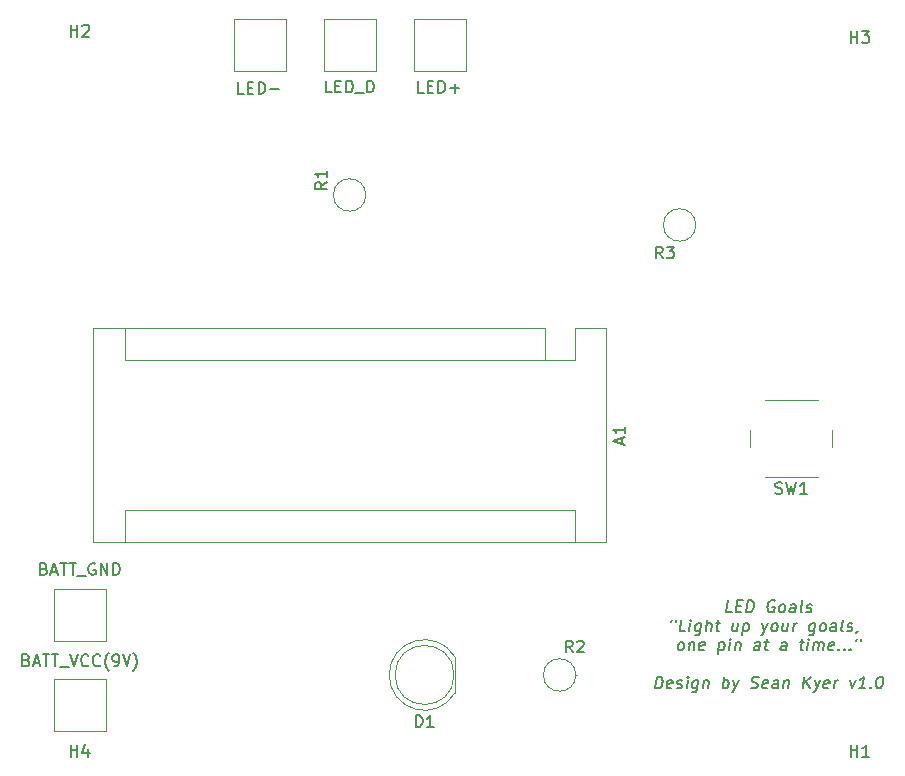
<source format=gbr>
%TF.GenerationSoftware,KiCad,Pcbnew,(6.0.4)*%
%TF.CreationDate,2025-03-27T00:11:59-07:00*%
%TF.ProjectId,led-goals,6c65642d-676f-4616-9c73-2e6b69636164,rev?*%
%TF.SameCoordinates,Original*%
%TF.FileFunction,Legend,Top*%
%TF.FilePolarity,Positive*%
%FSLAX46Y46*%
G04 Gerber Fmt 4.6, Leading zero omitted, Abs format (unit mm)*
G04 Created by KiCad (PCBNEW (6.0.4)) date 2025-03-27 00:11:59*
%MOMM*%
%LPD*%
G01*
G04 APERTURE LIST*
%ADD10C,0.150000*%
%ADD11C,0.120000*%
G04 APERTURE END LIST*
D10*
X113650089Y-96292380D02*
X113173898Y-96292380D01*
X113298898Y-95292380D01*
X114048898Y-95768571D02*
X114382232Y-95768571D01*
X114459613Y-96292380D02*
X113983422Y-96292380D01*
X114108422Y-95292380D01*
X114584613Y-95292380D01*
X114888184Y-96292380D02*
X115013184Y-95292380D01*
X115251279Y-95292380D01*
X115388184Y-95340000D01*
X115471517Y-95435238D01*
X115507232Y-95530476D01*
X115531041Y-95720952D01*
X115513184Y-95863809D01*
X115441755Y-96054285D01*
X115382232Y-96149523D01*
X115275089Y-96244761D01*
X115126279Y-96292380D01*
X114888184Y-96292380D01*
X117292946Y-95340000D02*
X117203660Y-95292380D01*
X117060803Y-95292380D01*
X116911994Y-95340000D01*
X116804851Y-95435238D01*
X116745327Y-95530476D01*
X116673898Y-95720952D01*
X116656041Y-95863809D01*
X116679851Y-96054285D01*
X116715565Y-96149523D01*
X116798898Y-96244761D01*
X116935803Y-96292380D01*
X117031041Y-96292380D01*
X117179851Y-96244761D01*
X117233422Y-96197142D01*
X117275089Y-95863809D01*
X117084613Y-95863809D01*
X117792946Y-96292380D02*
X117703660Y-96244761D01*
X117661994Y-96197142D01*
X117626279Y-96101904D01*
X117661994Y-95816190D01*
X117721517Y-95720952D01*
X117775089Y-95673333D01*
X117876279Y-95625714D01*
X118019136Y-95625714D01*
X118108422Y-95673333D01*
X118150089Y-95720952D01*
X118185803Y-95816190D01*
X118150089Y-96101904D01*
X118090565Y-96197142D01*
X118036994Y-96244761D01*
X117935803Y-96292380D01*
X117792946Y-96292380D01*
X118983422Y-96292380D02*
X119048898Y-95768571D01*
X119013184Y-95673333D01*
X118923898Y-95625714D01*
X118733422Y-95625714D01*
X118632232Y-95673333D01*
X118989375Y-96244761D02*
X118888184Y-96292380D01*
X118650089Y-96292380D01*
X118560803Y-96244761D01*
X118525089Y-96149523D01*
X118536994Y-96054285D01*
X118596517Y-95959047D01*
X118697708Y-95911428D01*
X118935803Y-95911428D01*
X119036994Y-95863809D01*
X119602470Y-96292380D02*
X119513184Y-96244761D01*
X119477470Y-96149523D01*
X119584613Y-95292380D01*
X119941755Y-96244761D02*
X120031041Y-96292380D01*
X120221517Y-96292380D01*
X120322708Y-96244761D01*
X120382232Y-96149523D01*
X120388184Y-96101904D01*
X120352470Y-96006666D01*
X120263184Y-95959047D01*
X120120327Y-95959047D01*
X120031041Y-95911428D01*
X119995327Y-95816190D01*
X120001279Y-95768571D01*
X120060803Y-95673333D01*
X120161994Y-95625714D01*
X120304851Y-95625714D01*
X120394136Y-95673333D01*
X108560803Y-96902380D02*
X108536994Y-97092857D01*
X108941755Y-96902380D02*
X108917946Y-97092857D01*
X109721517Y-97902380D02*
X109245327Y-97902380D01*
X109370327Y-96902380D01*
X110054851Y-97902380D02*
X110138184Y-97235714D01*
X110179851Y-96902380D02*
X110126279Y-96950000D01*
X110167946Y-96997619D01*
X110221517Y-96950000D01*
X110179851Y-96902380D01*
X110167946Y-96997619D01*
X111042946Y-97235714D02*
X110941755Y-98045238D01*
X110882232Y-98140476D01*
X110828660Y-98188095D01*
X110727470Y-98235714D01*
X110584613Y-98235714D01*
X110495327Y-98188095D01*
X110965565Y-97854761D02*
X110864375Y-97902380D01*
X110673898Y-97902380D01*
X110584613Y-97854761D01*
X110542946Y-97807142D01*
X110507232Y-97711904D01*
X110542946Y-97426190D01*
X110602470Y-97330952D01*
X110656041Y-97283333D01*
X110757232Y-97235714D01*
X110947708Y-97235714D01*
X111036994Y-97283333D01*
X111435803Y-97902380D02*
X111560803Y-96902380D01*
X111864375Y-97902380D02*
X111929851Y-97378571D01*
X111894136Y-97283333D01*
X111804851Y-97235714D01*
X111661994Y-97235714D01*
X111560803Y-97283333D01*
X111507232Y-97330952D01*
X112281041Y-97235714D02*
X112661994Y-97235714D01*
X112465565Y-96902380D02*
X112358422Y-97759523D01*
X112394136Y-97854761D01*
X112483422Y-97902380D01*
X112578660Y-97902380D01*
X114185803Y-97235714D02*
X114102470Y-97902380D01*
X113757232Y-97235714D02*
X113691755Y-97759523D01*
X113727470Y-97854761D01*
X113816755Y-97902380D01*
X113959613Y-97902380D01*
X114060803Y-97854761D01*
X114114375Y-97807142D01*
X114661994Y-97235714D02*
X114536994Y-98235714D01*
X114656041Y-97283333D02*
X114757232Y-97235714D01*
X114947708Y-97235714D01*
X115036994Y-97283333D01*
X115078660Y-97330952D01*
X115114375Y-97426190D01*
X115078660Y-97711904D01*
X115019136Y-97807142D01*
X114965565Y-97854761D01*
X114864375Y-97902380D01*
X114673898Y-97902380D01*
X114584613Y-97854761D01*
X116233422Y-97235714D02*
X116388184Y-97902380D01*
X116709613Y-97235714D02*
X116388184Y-97902380D01*
X116263184Y-98140476D01*
X116209613Y-98188095D01*
X116108422Y-98235714D01*
X117150089Y-97902380D02*
X117060803Y-97854761D01*
X117019136Y-97807142D01*
X116983422Y-97711904D01*
X117019136Y-97426190D01*
X117078660Y-97330952D01*
X117132232Y-97283333D01*
X117233422Y-97235714D01*
X117376279Y-97235714D01*
X117465565Y-97283333D01*
X117507232Y-97330952D01*
X117542946Y-97426190D01*
X117507232Y-97711904D01*
X117447708Y-97807142D01*
X117394136Y-97854761D01*
X117292946Y-97902380D01*
X117150089Y-97902380D01*
X118423898Y-97235714D02*
X118340565Y-97902380D01*
X117995327Y-97235714D02*
X117929851Y-97759523D01*
X117965565Y-97854761D01*
X118054851Y-97902380D01*
X118197708Y-97902380D01*
X118298898Y-97854761D01*
X118352470Y-97807142D01*
X118816755Y-97902380D02*
X118900089Y-97235714D01*
X118876279Y-97426190D02*
X118935803Y-97330952D01*
X118989375Y-97283333D01*
X119090565Y-97235714D01*
X119185803Y-97235714D01*
X120709613Y-97235714D02*
X120608422Y-98045238D01*
X120548898Y-98140476D01*
X120495327Y-98188095D01*
X120394136Y-98235714D01*
X120251279Y-98235714D01*
X120161994Y-98188095D01*
X120632232Y-97854761D02*
X120531041Y-97902380D01*
X120340565Y-97902380D01*
X120251279Y-97854761D01*
X120209613Y-97807142D01*
X120173898Y-97711904D01*
X120209613Y-97426190D01*
X120269136Y-97330952D01*
X120322708Y-97283333D01*
X120423898Y-97235714D01*
X120614375Y-97235714D01*
X120703660Y-97283333D01*
X121245327Y-97902380D02*
X121156041Y-97854761D01*
X121114375Y-97807142D01*
X121078660Y-97711904D01*
X121114375Y-97426190D01*
X121173898Y-97330952D01*
X121227470Y-97283333D01*
X121328660Y-97235714D01*
X121471517Y-97235714D01*
X121560803Y-97283333D01*
X121602470Y-97330952D01*
X121638184Y-97426190D01*
X121602470Y-97711904D01*
X121542946Y-97807142D01*
X121489375Y-97854761D01*
X121388184Y-97902380D01*
X121245327Y-97902380D01*
X122435803Y-97902380D02*
X122501279Y-97378571D01*
X122465565Y-97283333D01*
X122376279Y-97235714D01*
X122185803Y-97235714D01*
X122084613Y-97283333D01*
X122441755Y-97854761D02*
X122340565Y-97902380D01*
X122102470Y-97902380D01*
X122013184Y-97854761D01*
X121977470Y-97759523D01*
X121989375Y-97664285D01*
X122048898Y-97569047D01*
X122150089Y-97521428D01*
X122388184Y-97521428D01*
X122489375Y-97473809D01*
X123054851Y-97902380D02*
X122965565Y-97854761D01*
X122929851Y-97759523D01*
X123036994Y-96902380D01*
X123394136Y-97854761D02*
X123483422Y-97902380D01*
X123673898Y-97902380D01*
X123775089Y-97854761D01*
X123834613Y-97759523D01*
X123840565Y-97711904D01*
X123804851Y-97616666D01*
X123715565Y-97569047D01*
X123572708Y-97569047D01*
X123483422Y-97521428D01*
X123447708Y-97426190D01*
X123453660Y-97378571D01*
X123513184Y-97283333D01*
X123614375Y-97235714D01*
X123757232Y-97235714D01*
X123846517Y-97283333D01*
X124298898Y-97854761D02*
X124292946Y-97902380D01*
X124233422Y-97997619D01*
X124179851Y-98045238D01*
X109221517Y-99512380D02*
X109132232Y-99464761D01*
X109090565Y-99417142D01*
X109054851Y-99321904D01*
X109090565Y-99036190D01*
X109150089Y-98940952D01*
X109203660Y-98893333D01*
X109304851Y-98845714D01*
X109447708Y-98845714D01*
X109536994Y-98893333D01*
X109578660Y-98940952D01*
X109614375Y-99036190D01*
X109578660Y-99321904D01*
X109519136Y-99417142D01*
X109465565Y-99464761D01*
X109364375Y-99512380D01*
X109221517Y-99512380D01*
X110066755Y-98845714D02*
X109983422Y-99512380D01*
X110054851Y-98940952D02*
X110108422Y-98893333D01*
X110209613Y-98845714D01*
X110352470Y-98845714D01*
X110441755Y-98893333D01*
X110477470Y-98988571D01*
X110411994Y-99512380D01*
X111275089Y-99464761D02*
X111173898Y-99512380D01*
X110983422Y-99512380D01*
X110894136Y-99464761D01*
X110858422Y-99369523D01*
X110906041Y-98988571D01*
X110965565Y-98893333D01*
X111066755Y-98845714D01*
X111257232Y-98845714D01*
X111346517Y-98893333D01*
X111382232Y-98988571D01*
X111370327Y-99083809D01*
X110882232Y-99179047D01*
X112590565Y-98845714D02*
X112465565Y-99845714D01*
X112584613Y-98893333D02*
X112685803Y-98845714D01*
X112876279Y-98845714D01*
X112965565Y-98893333D01*
X113007232Y-98940952D01*
X113042946Y-99036190D01*
X113007232Y-99321904D01*
X112947708Y-99417142D01*
X112894136Y-99464761D01*
X112792946Y-99512380D01*
X112602470Y-99512380D01*
X112513184Y-99464761D01*
X113411994Y-99512380D02*
X113495327Y-98845714D01*
X113536994Y-98512380D02*
X113483422Y-98560000D01*
X113525089Y-98607619D01*
X113578660Y-98560000D01*
X113536994Y-98512380D01*
X113525089Y-98607619D01*
X113971517Y-98845714D02*
X113888184Y-99512380D01*
X113959613Y-98940952D02*
X114013184Y-98893333D01*
X114114375Y-98845714D01*
X114257232Y-98845714D01*
X114346517Y-98893333D01*
X114382232Y-98988571D01*
X114316755Y-99512380D01*
X115983422Y-99512380D02*
X116048898Y-98988571D01*
X116013184Y-98893333D01*
X115923898Y-98845714D01*
X115733422Y-98845714D01*
X115632232Y-98893333D01*
X115989375Y-99464761D02*
X115888184Y-99512380D01*
X115650089Y-99512380D01*
X115560803Y-99464761D01*
X115525089Y-99369523D01*
X115536994Y-99274285D01*
X115596517Y-99179047D01*
X115697708Y-99131428D01*
X115935803Y-99131428D01*
X116036994Y-99083809D01*
X116400089Y-98845714D02*
X116781041Y-98845714D01*
X116584613Y-98512380D02*
X116477470Y-99369523D01*
X116513184Y-99464761D01*
X116602470Y-99512380D01*
X116697708Y-99512380D01*
X118221517Y-99512380D02*
X118286994Y-98988571D01*
X118251279Y-98893333D01*
X118161994Y-98845714D01*
X117971517Y-98845714D01*
X117870327Y-98893333D01*
X118227470Y-99464761D02*
X118126279Y-99512380D01*
X117888184Y-99512380D01*
X117798898Y-99464761D01*
X117763184Y-99369523D01*
X117775089Y-99274285D01*
X117834613Y-99179047D01*
X117935803Y-99131428D01*
X118173898Y-99131428D01*
X118275089Y-99083809D01*
X119400089Y-98845714D02*
X119781041Y-98845714D01*
X119584613Y-98512380D02*
X119477470Y-99369523D01*
X119513184Y-99464761D01*
X119602470Y-99512380D01*
X119697708Y-99512380D01*
X120031041Y-99512380D02*
X120114375Y-98845714D01*
X120156041Y-98512380D02*
X120102470Y-98560000D01*
X120144136Y-98607619D01*
X120197708Y-98560000D01*
X120156041Y-98512380D01*
X120144136Y-98607619D01*
X120507232Y-99512380D02*
X120590565Y-98845714D01*
X120578660Y-98940952D02*
X120632232Y-98893333D01*
X120733422Y-98845714D01*
X120876279Y-98845714D01*
X120965565Y-98893333D01*
X121001279Y-98988571D01*
X120935803Y-99512380D01*
X121001279Y-98988571D02*
X121060803Y-98893333D01*
X121161994Y-98845714D01*
X121304851Y-98845714D01*
X121394136Y-98893333D01*
X121429851Y-98988571D01*
X121364374Y-99512380D01*
X122227470Y-99464761D02*
X122126279Y-99512380D01*
X121935803Y-99512380D01*
X121846517Y-99464761D01*
X121810803Y-99369523D01*
X121858422Y-98988571D01*
X121917946Y-98893333D01*
X122019136Y-98845714D01*
X122209613Y-98845714D01*
X122298898Y-98893333D01*
X122334613Y-98988571D01*
X122322708Y-99083809D01*
X121834613Y-99179047D01*
X122709613Y-99417142D02*
X122751279Y-99464761D01*
X122697708Y-99512380D01*
X122656041Y-99464761D01*
X122709613Y-99417142D01*
X122697708Y-99512380D01*
X123185803Y-99417142D02*
X123227470Y-99464761D01*
X123173898Y-99512380D01*
X123132232Y-99464761D01*
X123185803Y-99417142D01*
X123173898Y-99512380D01*
X123661994Y-99417142D02*
X123703660Y-99464761D01*
X123650089Y-99512380D01*
X123608422Y-99464761D01*
X123661994Y-99417142D01*
X123650089Y-99512380D01*
X124203660Y-98512380D02*
X124179851Y-98702857D01*
X124584613Y-98512380D02*
X124560803Y-98702857D01*
X107150089Y-102732380D02*
X107275089Y-101732380D01*
X107513184Y-101732380D01*
X107650089Y-101780000D01*
X107733422Y-101875238D01*
X107769136Y-101970476D01*
X107792946Y-102160952D01*
X107775089Y-102303809D01*
X107703660Y-102494285D01*
X107644136Y-102589523D01*
X107536994Y-102684761D01*
X107388184Y-102732380D01*
X107150089Y-102732380D01*
X108536994Y-102684761D02*
X108435803Y-102732380D01*
X108245327Y-102732380D01*
X108156041Y-102684761D01*
X108120327Y-102589523D01*
X108167946Y-102208571D01*
X108227470Y-102113333D01*
X108328660Y-102065714D01*
X108519136Y-102065714D01*
X108608422Y-102113333D01*
X108644136Y-102208571D01*
X108632232Y-102303809D01*
X108144136Y-102399047D01*
X108965565Y-102684761D02*
X109054851Y-102732380D01*
X109245327Y-102732380D01*
X109346517Y-102684761D01*
X109406041Y-102589523D01*
X109411994Y-102541904D01*
X109376279Y-102446666D01*
X109286994Y-102399047D01*
X109144136Y-102399047D01*
X109054851Y-102351428D01*
X109019136Y-102256190D01*
X109025089Y-102208571D01*
X109084613Y-102113333D01*
X109185803Y-102065714D01*
X109328660Y-102065714D01*
X109417946Y-102113333D01*
X109816755Y-102732380D02*
X109900089Y-102065714D01*
X109941755Y-101732380D02*
X109888184Y-101780000D01*
X109929851Y-101827619D01*
X109983422Y-101780000D01*
X109941755Y-101732380D01*
X109929851Y-101827619D01*
X110804851Y-102065714D02*
X110703660Y-102875238D01*
X110644136Y-102970476D01*
X110590565Y-103018095D01*
X110489375Y-103065714D01*
X110346517Y-103065714D01*
X110257232Y-103018095D01*
X110727470Y-102684761D02*
X110626279Y-102732380D01*
X110435803Y-102732380D01*
X110346517Y-102684761D01*
X110304851Y-102637142D01*
X110269136Y-102541904D01*
X110304851Y-102256190D01*
X110364375Y-102160952D01*
X110417946Y-102113333D01*
X110519136Y-102065714D01*
X110709613Y-102065714D01*
X110798898Y-102113333D01*
X111281041Y-102065714D02*
X111197708Y-102732380D01*
X111269136Y-102160952D02*
X111322708Y-102113333D01*
X111423898Y-102065714D01*
X111566755Y-102065714D01*
X111656041Y-102113333D01*
X111691755Y-102208571D01*
X111626279Y-102732380D01*
X112864375Y-102732380D02*
X112989375Y-101732380D01*
X112941755Y-102113333D02*
X113042946Y-102065714D01*
X113233422Y-102065714D01*
X113322708Y-102113333D01*
X113364375Y-102160952D01*
X113400089Y-102256190D01*
X113364375Y-102541904D01*
X113304851Y-102637142D01*
X113251279Y-102684761D01*
X113150089Y-102732380D01*
X112959613Y-102732380D01*
X112870327Y-102684761D01*
X113757232Y-102065714D02*
X113911994Y-102732380D01*
X114233422Y-102065714D02*
X113911994Y-102732380D01*
X113786994Y-102970476D01*
X113733422Y-103018095D01*
X113632232Y-103065714D01*
X115251279Y-102684761D02*
X115388184Y-102732380D01*
X115626279Y-102732380D01*
X115727470Y-102684761D01*
X115781041Y-102637142D01*
X115840565Y-102541904D01*
X115852470Y-102446666D01*
X115816755Y-102351428D01*
X115775089Y-102303809D01*
X115685803Y-102256190D01*
X115501279Y-102208571D01*
X115411994Y-102160952D01*
X115370327Y-102113333D01*
X115334613Y-102018095D01*
X115346517Y-101922857D01*
X115406041Y-101827619D01*
X115459613Y-101780000D01*
X115560803Y-101732380D01*
X115798898Y-101732380D01*
X115935803Y-101780000D01*
X116632232Y-102684761D02*
X116531041Y-102732380D01*
X116340565Y-102732380D01*
X116251279Y-102684761D01*
X116215565Y-102589523D01*
X116263184Y-102208571D01*
X116322708Y-102113333D01*
X116423898Y-102065714D01*
X116614375Y-102065714D01*
X116703660Y-102113333D01*
X116739375Y-102208571D01*
X116727470Y-102303809D01*
X116239375Y-102399047D01*
X117531041Y-102732380D02*
X117596517Y-102208571D01*
X117560803Y-102113333D01*
X117471517Y-102065714D01*
X117281041Y-102065714D01*
X117179851Y-102113333D01*
X117536994Y-102684761D02*
X117435803Y-102732380D01*
X117197708Y-102732380D01*
X117108422Y-102684761D01*
X117072708Y-102589523D01*
X117084613Y-102494285D01*
X117144136Y-102399047D01*
X117245327Y-102351428D01*
X117483422Y-102351428D01*
X117584613Y-102303809D01*
X118090565Y-102065714D02*
X118007232Y-102732380D01*
X118078660Y-102160952D02*
X118132232Y-102113333D01*
X118233422Y-102065714D01*
X118376279Y-102065714D01*
X118465565Y-102113333D01*
X118501279Y-102208571D01*
X118435803Y-102732380D01*
X119673898Y-102732380D02*
X119798898Y-101732380D01*
X120245327Y-102732380D02*
X119888184Y-102160952D01*
X120370327Y-101732380D02*
X119727470Y-102303809D01*
X120661994Y-102065714D02*
X120816755Y-102732380D01*
X121138184Y-102065714D02*
X120816755Y-102732380D01*
X120691755Y-102970476D01*
X120638184Y-103018095D01*
X120536994Y-103065714D01*
X121822708Y-102684761D02*
X121721517Y-102732380D01*
X121531041Y-102732380D01*
X121441755Y-102684761D01*
X121406041Y-102589523D01*
X121453660Y-102208571D01*
X121513184Y-102113333D01*
X121614375Y-102065714D01*
X121804851Y-102065714D01*
X121894136Y-102113333D01*
X121929851Y-102208571D01*
X121917946Y-102303809D01*
X121429851Y-102399047D01*
X122292946Y-102732380D02*
X122376279Y-102065714D01*
X122352470Y-102256190D02*
X122411994Y-102160952D01*
X122465565Y-102113333D01*
X122566755Y-102065714D01*
X122661994Y-102065714D01*
X123661994Y-102065714D02*
X123816755Y-102732380D01*
X124138184Y-102065714D01*
X124959613Y-102732380D02*
X124388184Y-102732380D01*
X124673898Y-102732380D02*
X124798898Y-101732380D01*
X124685803Y-101875238D01*
X124578660Y-101970476D01*
X124477470Y-102018095D01*
X125400089Y-102637142D02*
X125441755Y-102684761D01*
X125388184Y-102732380D01*
X125346517Y-102684761D01*
X125400089Y-102637142D01*
X125388184Y-102732380D01*
X126179851Y-101732380D02*
X126275089Y-101732380D01*
X126364375Y-101780000D01*
X126406041Y-101827619D01*
X126441755Y-101922857D01*
X126465565Y-102113333D01*
X126435803Y-102351428D01*
X126364375Y-102541904D01*
X126304851Y-102637142D01*
X126251279Y-102684761D01*
X126150089Y-102732380D01*
X126054851Y-102732380D01*
X125965565Y-102684761D01*
X125923898Y-102637142D01*
X125888184Y-102541904D01*
X125864375Y-102351428D01*
X125894136Y-102113333D01*
X125965565Y-101922857D01*
X126025089Y-101827619D01*
X126078660Y-101780000D01*
X126179851Y-101732380D01*
X53920000Y-100335808D02*
X54062857Y-100383427D01*
X54110476Y-100431046D01*
X54158095Y-100526284D01*
X54158095Y-100669141D01*
X54110476Y-100764379D01*
X54062857Y-100811998D01*
X53967619Y-100859617D01*
X53586666Y-100859617D01*
X53586666Y-99859617D01*
X53920000Y-99859617D01*
X54015238Y-99907237D01*
X54062857Y-99954856D01*
X54110476Y-100050094D01*
X54110476Y-100145332D01*
X54062857Y-100240570D01*
X54015238Y-100288189D01*
X53920000Y-100335808D01*
X53586666Y-100335808D01*
X54539047Y-100573903D02*
X55015238Y-100573903D01*
X54443809Y-100859617D02*
X54777142Y-99859617D01*
X55110476Y-100859617D01*
X55300952Y-99859617D02*
X55872380Y-99859617D01*
X55586666Y-100859617D02*
X55586666Y-99859617D01*
X56062857Y-99859617D02*
X56634285Y-99859617D01*
X56348571Y-100859617D02*
X56348571Y-99859617D01*
X56729523Y-100954856D02*
X57491428Y-100954856D01*
X57586666Y-99859617D02*
X57920000Y-100859617D01*
X58253333Y-99859617D01*
X59158095Y-100764379D02*
X59110476Y-100811998D01*
X58967619Y-100859617D01*
X58872380Y-100859617D01*
X58729523Y-100811998D01*
X58634285Y-100716760D01*
X58586666Y-100621522D01*
X58539047Y-100431046D01*
X58539047Y-100288189D01*
X58586666Y-100097713D01*
X58634285Y-100002475D01*
X58729523Y-99907237D01*
X58872380Y-99859617D01*
X58967619Y-99859617D01*
X59110476Y-99907237D01*
X59158095Y-99954856D01*
X60158095Y-100764379D02*
X60110476Y-100811998D01*
X59967619Y-100859617D01*
X59872380Y-100859617D01*
X59729523Y-100811998D01*
X59634285Y-100716760D01*
X59586666Y-100621522D01*
X59539047Y-100431046D01*
X59539047Y-100288189D01*
X59586666Y-100097713D01*
X59634285Y-100002475D01*
X59729523Y-99907237D01*
X59872380Y-99859617D01*
X59967619Y-99859617D01*
X60110476Y-99907237D01*
X60158095Y-99954856D01*
X60872380Y-101240570D02*
X60824761Y-101192951D01*
X60729523Y-101050094D01*
X60681904Y-100954856D01*
X60634285Y-100811998D01*
X60586666Y-100573903D01*
X60586666Y-100383427D01*
X60634285Y-100145332D01*
X60681904Y-100002475D01*
X60729523Y-99907237D01*
X60824761Y-99764379D01*
X60872380Y-99716760D01*
X61300952Y-100859617D02*
X61491428Y-100859617D01*
X61586666Y-100811998D01*
X61634285Y-100764379D01*
X61729523Y-100621522D01*
X61777142Y-100431046D01*
X61777142Y-100050094D01*
X61729523Y-99954856D01*
X61681904Y-99907237D01*
X61586666Y-99859617D01*
X61396190Y-99859617D01*
X61300952Y-99907237D01*
X61253333Y-99954856D01*
X61205714Y-100050094D01*
X61205714Y-100288189D01*
X61253333Y-100383427D01*
X61300952Y-100431046D01*
X61396190Y-100478665D01*
X61586666Y-100478665D01*
X61681904Y-100431046D01*
X61729523Y-100383427D01*
X61777142Y-100288189D01*
X62062857Y-99859617D02*
X62396190Y-100859617D01*
X62729523Y-99859617D01*
X62967619Y-101240570D02*
X63015238Y-101192951D01*
X63110476Y-101050094D01*
X63158095Y-100954856D01*
X63205714Y-100811998D01*
X63253333Y-100573903D01*
X63253333Y-100383427D01*
X63205714Y-100145332D01*
X63158095Y-100002475D01*
X63110476Y-99907237D01*
X63015238Y-99764379D01*
X62967619Y-99716760D01*
X55396190Y-92603834D02*
X55539047Y-92651453D01*
X55586666Y-92699072D01*
X55634285Y-92794310D01*
X55634285Y-92937167D01*
X55586666Y-93032405D01*
X55539047Y-93080024D01*
X55443809Y-93127643D01*
X55062857Y-93127643D01*
X55062857Y-92127643D01*
X55396190Y-92127643D01*
X55491428Y-92175263D01*
X55539047Y-92222882D01*
X55586666Y-92318120D01*
X55586666Y-92413358D01*
X55539047Y-92508596D01*
X55491428Y-92556215D01*
X55396190Y-92603834D01*
X55062857Y-92603834D01*
X56015238Y-92841929D02*
X56491428Y-92841929D01*
X55920000Y-93127643D02*
X56253333Y-92127643D01*
X56586666Y-93127643D01*
X56777142Y-92127643D02*
X57348571Y-92127643D01*
X57062857Y-93127643D02*
X57062857Y-92127643D01*
X57539047Y-92127643D02*
X58110476Y-92127643D01*
X57824761Y-93127643D02*
X57824761Y-92127643D01*
X58205714Y-93222882D02*
X58967619Y-93222882D01*
X59729523Y-92175263D02*
X59634285Y-92127643D01*
X59491428Y-92127643D01*
X59348571Y-92175263D01*
X59253333Y-92270501D01*
X59205714Y-92365739D01*
X59158095Y-92556215D01*
X59158095Y-92699072D01*
X59205714Y-92889548D01*
X59253333Y-92984786D01*
X59348571Y-93080024D01*
X59491428Y-93127643D01*
X59586666Y-93127643D01*
X59729523Y-93080024D01*
X59777142Y-93032405D01*
X59777142Y-92699072D01*
X59586666Y-92699072D01*
X60205714Y-93127643D02*
X60205714Y-92127643D01*
X60777142Y-93127643D01*
X60777142Y-92127643D01*
X61253333Y-93127643D02*
X61253333Y-92127643D01*
X61491428Y-92127643D01*
X61634285Y-92175263D01*
X61729523Y-92270501D01*
X61777142Y-92365739D01*
X61824761Y-92556215D01*
X61824761Y-92699072D01*
X61777142Y-92889548D01*
X61729523Y-92984786D01*
X61634285Y-93080024D01*
X61491428Y-93127643D01*
X61253333Y-93127643D01*
X87569627Y-52293579D02*
X87093436Y-52293579D01*
X87093436Y-51293579D01*
X87902960Y-51769770D02*
X88236293Y-51769770D01*
X88379151Y-52293579D02*
X87902960Y-52293579D01*
X87902960Y-51293579D01*
X88379151Y-51293579D01*
X88807722Y-52293579D02*
X88807722Y-51293579D01*
X89045817Y-51293579D01*
X89188674Y-51341199D01*
X89283912Y-51436437D01*
X89331532Y-51531675D01*
X89379151Y-51722151D01*
X89379151Y-51865008D01*
X89331532Y-52055484D01*
X89283912Y-52150722D01*
X89188674Y-52245960D01*
X89045817Y-52293579D01*
X88807722Y-52293579D01*
X89807722Y-51912627D02*
X90569627Y-51912627D01*
X90188674Y-52293579D02*
X90188674Y-51531675D01*
X79756189Y-52267689D02*
X79279999Y-52267689D01*
X79279999Y-51267689D01*
X80089522Y-51743880D02*
X80422856Y-51743880D01*
X80565713Y-52267689D02*
X80089522Y-52267689D01*
X80089522Y-51267689D01*
X80565713Y-51267689D01*
X80994284Y-52267689D02*
X80994284Y-51267689D01*
X81232379Y-51267689D01*
X81375237Y-51315309D01*
X81470475Y-51410547D01*
X81518094Y-51505785D01*
X81565713Y-51696261D01*
X81565713Y-51839118D01*
X81518094Y-52029594D01*
X81470475Y-52124832D01*
X81375237Y-52220070D01*
X81232379Y-52267689D01*
X80994284Y-52267689D01*
X81756189Y-52362928D02*
X82518094Y-52362928D01*
X82756189Y-52267689D02*
X82756189Y-51267689D01*
X82994284Y-51267689D01*
X83137141Y-51315309D01*
X83232379Y-51410547D01*
X83279999Y-51505785D01*
X83327618Y-51696261D01*
X83327618Y-51839118D01*
X83279999Y-52029594D01*
X83232379Y-52124832D01*
X83137141Y-52220070D01*
X82994284Y-52267689D01*
X82756189Y-52267689D01*
X72336917Y-52394458D02*
X71860726Y-52394458D01*
X71860726Y-51394458D01*
X72670250Y-51870649D02*
X73003583Y-51870649D01*
X73146441Y-52394458D02*
X72670250Y-52394458D01*
X72670250Y-51394458D01*
X73146441Y-51394458D01*
X73575012Y-52394458D02*
X73575012Y-51394458D01*
X73813107Y-51394458D01*
X73955964Y-51442078D01*
X74051202Y-51537316D01*
X74098822Y-51632554D01*
X74146441Y-51823030D01*
X74146441Y-51965887D01*
X74098822Y-52156363D01*
X74051202Y-52251601D01*
X73955964Y-52346839D01*
X73813107Y-52394458D01*
X73575012Y-52394458D01*
X74575012Y-52013506D02*
X75336917Y-52013506D01*
%TO.C,H4*%
X57658095Y-108512380D02*
X57658095Y-107512380D01*
X57658095Y-107988571D02*
X58229523Y-107988571D01*
X58229523Y-108512380D02*
X58229523Y-107512380D01*
X59134285Y-107845714D02*
X59134285Y-108512380D01*
X58896190Y-107464761D02*
X58658095Y-108179047D01*
X59277142Y-108179047D01*
%TO.C,H3*%
X123698095Y-48067380D02*
X123698095Y-47067380D01*
X123698095Y-47543571D02*
X124269523Y-47543571D01*
X124269523Y-48067380D02*
X124269523Y-47067380D01*
X124650476Y-47067380D02*
X125269523Y-47067380D01*
X124936190Y-47448333D01*
X125079047Y-47448333D01*
X125174285Y-47495952D01*
X125221904Y-47543571D01*
X125269523Y-47638809D01*
X125269523Y-47876904D01*
X125221904Y-47972142D01*
X125174285Y-48019761D01*
X125079047Y-48067380D01*
X124793333Y-48067380D01*
X124698095Y-48019761D01*
X124650476Y-47972142D01*
%TO.C,H2*%
X57658095Y-47552380D02*
X57658095Y-46552380D01*
X57658095Y-47028571D02*
X58229523Y-47028571D01*
X58229523Y-47552380D02*
X58229523Y-46552380D01*
X58658095Y-46647619D02*
X58705714Y-46600000D01*
X58800952Y-46552380D01*
X59039047Y-46552380D01*
X59134285Y-46600000D01*
X59181904Y-46647619D01*
X59229523Y-46742857D01*
X59229523Y-46838095D01*
X59181904Y-46980952D01*
X58610476Y-47552380D01*
X59229523Y-47552380D01*
%TO.C,H1*%
X123698095Y-108512380D02*
X123698095Y-107512380D01*
X123698095Y-107988571D02*
X124269523Y-107988571D01*
X124269523Y-108512380D02*
X124269523Y-107512380D01*
X125269523Y-108512380D02*
X124698095Y-108512380D01*
X124983809Y-108512380D02*
X124983809Y-107512380D01*
X124888571Y-107655238D01*
X124793333Y-107750476D01*
X124698095Y-107798095D01*
%TO.C,SW1*%
X117336666Y-86224761D02*
X117479523Y-86272380D01*
X117717619Y-86272380D01*
X117812857Y-86224761D01*
X117860476Y-86177142D01*
X117908095Y-86081904D01*
X117908095Y-85986666D01*
X117860476Y-85891428D01*
X117812857Y-85843809D01*
X117717619Y-85796190D01*
X117527142Y-85748571D01*
X117431904Y-85700952D01*
X117384285Y-85653333D01*
X117336666Y-85558095D01*
X117336666Y-85462857D01*
X117384285Y-85367619D01*
X117431904Y-85320000D01*
X117527142Y-85272380D01*
X117765238Y-85272380D01*
X117908095Y-85320000D01*
X118241428Y-85272380D02*
X118479523Y-86272380D01*
X118670000Y-85558095D01*
X118860476Y-86272380D01*
X119098571Y-85272380D01*
X120003333Y-86272380D02*
X119431904Y-86272380D01*
X119717619Y-86272380D02*
X119717619Y-85272380D01*
X119622380Y-85415238D01*
X119527142Y-85510476D01*
X119431904Y-85558095D01*
%TO.C,R1*%
X79362380Y-59856666D02*
X78886190Y-60190000D01*
X79362380Y-60428095D02*
X78362380Y-60428095D01*
X78362380Y-60047142D01*
X78410000Y-59951904D01*
X78457619Y-59904285D01*
X78552857Y-59856666D01*
X78695714Y-59856666D01*
X78790952Y-59904285D01*
X78838571Y-59951904D01*
X78886190Y-60047142D01*
X78886190Y-60428095D01*
X79362380Y-58904285D02*
X79362380Y-59475714D01*
X79362380Y-59190000D02*
X78362380Y-59190000D01*
X78505238Y-59285238D01*
X78600476Y-59380476D01*
X78648095Y-59475714D01*
%TO.C,R3*%
X107783333Y-66322380D02*
X107450000Y-65846190D01*
X107211904Y-66322380D02*
X107211904Y-65322380D01*
X107592857Y-65322380D01*
X107688095Y-65370000D01*
X107735714Y-65417619D01*
X107783333Y-65512857D01*
X107783333Y-65655714D01*
X107735714Y-65750952D01*
X107688095Y-65798571D01*
X107592857Y-65846190D01*
X107211904Y-65846190D01*
X108116666Y-65322380D02*
X108735714Y-65322380D01*
X108402380Y-65703333D01*
X108545238Y-65703333D01*
X108640476Y-65750952D01*
X108688095Y-65798571D01*
X108735714Y-65893809D01*
X108735714Y-66131904D01*
X108688095Y-66227142D01*
X108640476Y-66274761D01*
X108545238Y-66322380D01*
X108259523Y-66322380D01*
X108164285Y-66274761D01*
X108116666Y-66227142D01*
%TO.C,A1*%
X104306666Y-81994285D02*
X104306666Y-81518095D01*
X104592380Y-82089523D02*
X103592380Y-81756190D01*
X104592380Y-81422857D01*
X104592380Y-80565714D02*
X104592380Y-81137142D01*
X104592380Y-80851428D02*
X103592380Y-80851428D01*
X103735238Y-80946666D01*
X103830476Y-81041904D01*
X103878095Y-81137142D01*
%TO.C,D1*%
X86891904Y-106012380D02*
X86891904Y-105012380D01*
X87130000Y-105012380D01*
X87272857Y-105060000D01*
X87368095Y-105155238D01*
X87415714Y-105250476D01*
X87463333Y-105440952D01*
X87463333Y-105583809D01*
X87415714Y-105774285D01*
X87368095Y-105869523D01*
X87272857Y-105964761D01*
X87130000Y-106012380D01*
X86891904Y-106012380D01*
X88415714Y-106012380D02*
X87844285Y-106012380D01*
X88130000Y-106012380D02*
X88130000Y-105012380D01*
X88034761Y-105155238D01*
X87939523Y-105250476D01*
X87844285Y-105298095D01*
%TO.C,R2*%
X100163333Y-99682380D02*
X99830000Y-99206190D01*
X99591904Y-99682380D02*
X99591904Y-98682380D01*
X99972857Y-98682380D01*
X100068095Y-98730000D01*
X100115714Y-98777619D01*
X100163333Y-98872857D01*
X100163333Y-99015714D01*
X100115714Y-99110952D01*
X100068095Y-99158571D01*
X99972857Y-99206190D01*
X99591904Y-99206190D01*
X100544285Y-98777619D02*
X100591904Y-98730000D01*
X100687142Y-98682380D01*
X100925238Y-98682380D01*
X101020476Y-98730000D01*
X101068095Y-98777619D01*
X101115714Y-98872857D01*
X101115714Y-98968095D01*
X101068095Y-99110952D01*
X100496666Y-99682380D01*
X101115714Y-99682380D01*
D11*
%TO.C,SW1*%
X116420000Y-84820000D02*
X120920000Y-84820000D01*
X122170000Y-82320000D02*
X122170000Y-80820000D01*
X115170000Y-80820000D02*
X115170000Y-82320000D01*
X120920000Y-78320000D02*
X116420000Y-78320000D01*
%TO.C,R1*%
X81280000Y-59590000D02*
X81280000Y-59520000D01*
X82650000Y-60960000D02*
G75*
G03*
X82650000Y-60960000I-1370000J0D01*
G01*
%TO.C,J4*%
X79080000Y-50460000D02*
X79080000Y-46060000D01*
X79080000Y-46060000D02*
X83480000Y-46060000D01*
X83480000Y-46060000D02*
X83480000Y-50460000D01*
X83480000Y-50460000D02*
X79080000Y-50460000D01*
%TO.C,R3*%
X107850000Y-63500000D02*
X107780000Y-63500000D01*
X110590000Y-63500000D02*
G75*
G03*
X110590000Y-63500000I-1370000J0D01*
G01*
%TO.C,J1*%
X56220000Y-98720000D02*
X56220000Y-94320000D01*
X60620000Y-94320000D02*
X60620000Y-98720000D01*
X56220000Y-94320000D02*
X60620000Y-94320000D01*
X60620000Y-98720000D02*
X56220000Y-98720000D01*
%TO.C,A1*%
X62230000Y-87630000D02*
X62230000Y-90300000D01*
X100330000Y-87630000D02*
X100330000Y-90300000D01*
X62230000Y-74930000D02*
X62230000Y-72260000D01*
X103000000Y-90300000D02*
X103000000Y-72260000D01*
X97790000Y-74930000D02*
X100330000Y-74930000D01*
X59560000Y-90300000D02*
X103000000Y-90300000D01*
X100330000Y-74930000D02*
X100330000Y-72260000D01*
X97790000Y-74930000D02*
X62230000Y-74930000D01*
X103000000Y-72260000D02*
X100330000Y-72260000D01*
X97790000Y-74930000D02*
X97790000Y-72260000D01*
X97790000Y-72260000D02*
X59560000Y-72260000D01*
X59560000Y-72260000D02*
X59560000Y-90300000D01*
X100330000Y-87630000D02*
X62230000Y-87630000D01*
%TO.C,J3*%
X91100000Y-50460000D02*
X86700000Y-50460000D01*
X91100000Y-46060000D02*
X91100000Y-50460000D01*
X86700000Y-46060000D02*
X91100000Y-46060000D01*
X86700000Y-50460000D02*
X86700000Y-46060000D01*
%TO.C,D1*%
X90190000Y-103145000D02*
X90190000Y-100055000D01*
X84640000Y-101599538D02*
G75*
G03*
X90190000Y-103144830I2990000J-462D01*
G01*
X90190000Y-100055170D02*
G75*
G03*
X84640000Y-101600462I-2560000J-1544830D01*
G01*
X90130000Y-101600000D02*
G75*
G03*
X90130000Y-101600000I-2500000J0D01*
G01*
%TO.C,J5*%
X71460000Y-50460000D02*
X71460000Y-46060000D01*
X75860000Y-50460000D02*
X71460000Y-50460000D01*
X71460000Y-46060000D02*
X75860000Y-46060000D01*
X75860000Y-46060000D02*
X75860000Y-50460000D01*
%TO.C,J2*%
X56220000Y-101940000D02*
X60620000Y-101940000D01*
X56220000Y-106340000D02*
X56220000Y-101940000D01*
X60620000Y-101940000D02*
X60620000Y-106340000D01*
X60620000Y-106340000D02*
X56220000Y-106340000D01*
%TO.C,R2*%
X100430000Y-101600000D02*
X100500000Y-101600000D01*
X100430000Y-101600000D02*
G75*
G03*
X100430000Y-101600000I-1370000J0D01*
G01*
%TD*%
M02*

</source>
